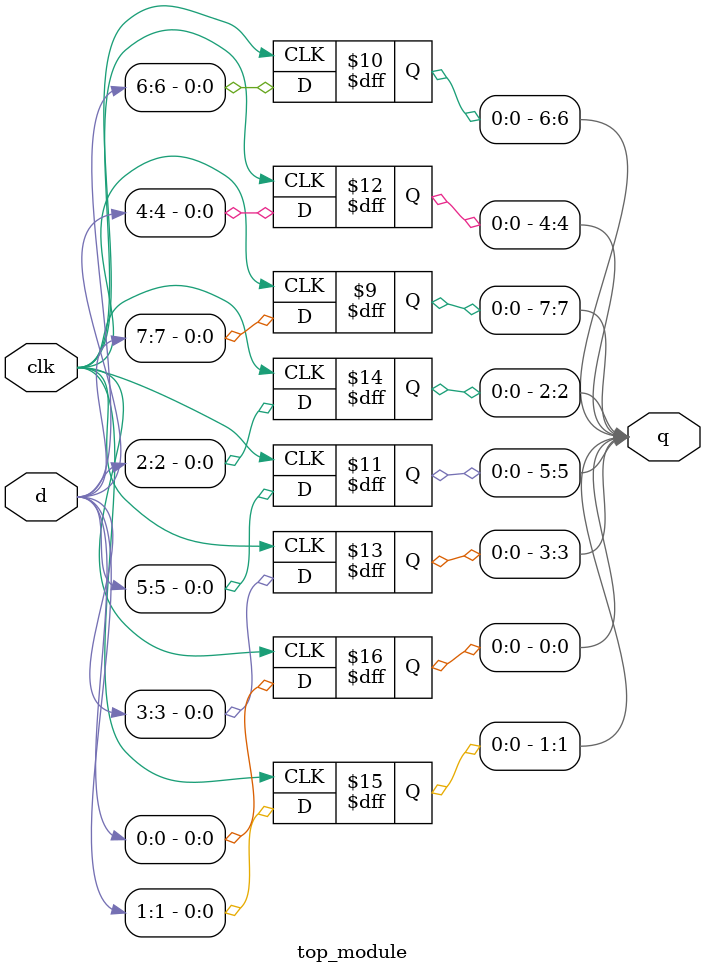
<source format=v>
/*
Create 8 D flip-flops. All DFFs should be triggered by the positive edge of clk.
*/

module top_module (
    input clk,
    input [7:0] d,
    output [7:0] q
);

  genvar i;
  generate 
    for (i=0; i<8; i=i+1) begin : DFF8
      always @ (posedge clk) begin
        q[i] <= d[i];
      end
    end
  endgenerate

endmodule

</source>
